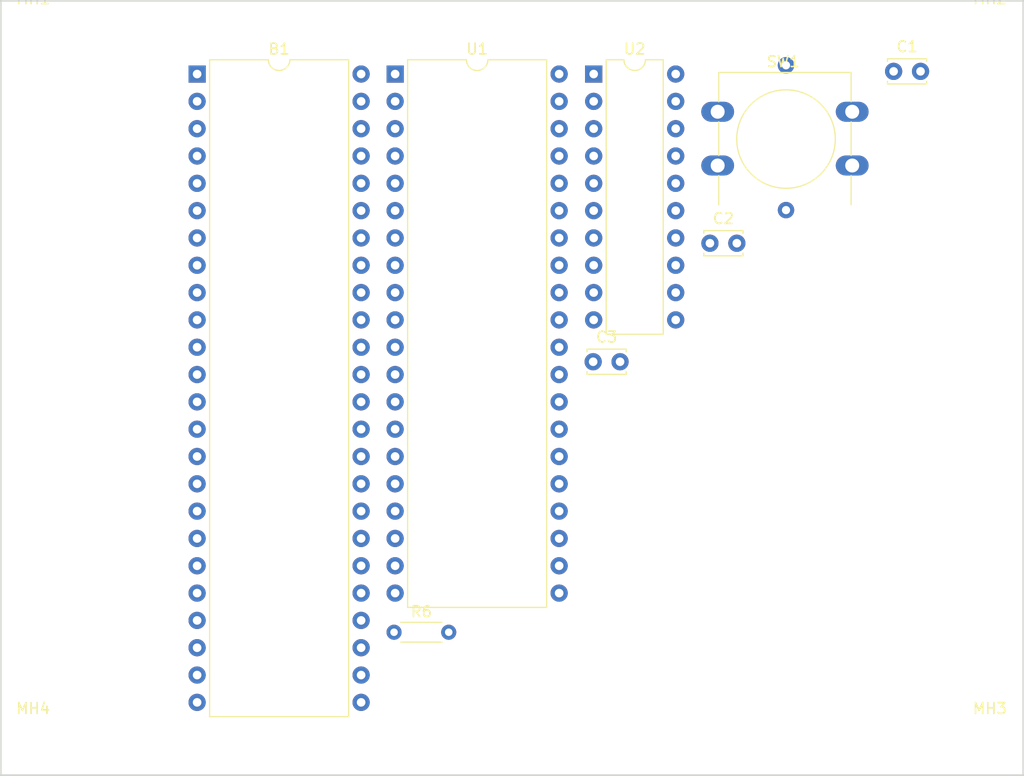
<source format=kicad_pcb>
(kicad_pcb (version 20171130) (host pcbnew 5.1.5+dfsg1-2build2)

  (general
    (thickness 1.6)
    (drawings 4)
    (tracks 0)
    (zones 0)
    (modules 12)
    (nets 54)
  )

  (page A4)
  (layers
    (0 F.Cu signal hide)
    (31 B.Cu signal)
    (32 B.Adhes user)
    (33 F.Adhes user)
    (34 B.Paste user)
    (35 F.Paste user)
    (36 B.SilkS user)
    (37 F.SilkS user)
    (38 B.Mask user)
    (39 F.Mask user)
    (40 Dwgs.User user)
    (41 Cmts.User user)
    (42 Eco1.User user)
    (43 Eco2.User user)
    (44 Edge.Cuts user)
    (45 Margin user)
    (46 B.CrtYd user)
    (47 F.CrtYd user)
    (48 B.Fab user)
    (49 F.Fab user)
  )

  (setup
    (last_trace_width 0.2)
    (user_trace_width 0.2)
    (user_trace_width 0.4)
    (user_trace_width 0.6)
    (user_trace_width 0.8)
    (user_trace_width 1)
    (user_trace_width 1.2)
    (user_trace_width 1.6)
    (user_trace_width 2)
    (trace_clearance 0.2)
    (zone_clearance 0.35)
    (zone_45_only no)
    (trace_min 0.1524)
    (via_size 0.6)
    (via_drill 0.3)
    (via_min_size 0.5)
    (via_min_drill 0.2)
    (user_via 0.9 0.5)
    (user_via 1.2 0.8)
    (user_via 1.4 0.9)
    (user_via 1.5 1)
    (uvia_size 0.3)
    (uvia_drill 0.1)
    (uvias_allowed no)
    (uvia_min_size 0.2)
    (uvia_min_drill 0.1)
    (edge_width 0.15)
    (segment_width 0.2)
    (pcb_text_width 0.3)
    (pcb_text_size 1.5 1.5)
    (mod_edge_width 0.15)
    (mod_text_size 1 1)
    (mod_text_width 0.15)
    (pad_size 1.524 1.524)
    (pad_drill 0.762)
    (pad_to_mask_clearance 0.051)
    (solder_mask_min_width 0.25)
    (aux_axis_origin 101 70)
    (grid_origin 101 70)
    (visible_elements FFFDFF7F)
    (pcbplotparams
      (layerselection 0x010fc_ffffffff)
      (usegerberextensions false)
      (usegerberattributes false)
      (usegerberadvancedattributes false)
      (creategerberjobfile false)
      (excludeedgelayer true)
      (linewidth 0.100000)
      (plotframeref false)
      (viasonmask false)
      (mode 1)
      (useauxorigin false)
      (hpglpennumber 1)
      (hpglpenspeed 20)
      (hpglpendiameter 15.000000)
      (psnegative false)
      (psa4output false)
      (plotreference true)
      (plotvalue true)
      (plotinvisibletext false)
      (padsonsilk false)
      (subtractmaskfromsilk false)
      (outputformat 1)
      (mirror false)
      (drillshape 1)
      (scaleselection 1)
      (outputdirectory ""))
  )

  (net 0 "")
  (net 1 GND)
  (net 2 /A13)
  (net 3 VCC)
  (net 4 /A14)
  (net 5 /A15)
  (net 6 /D7)
  (net 7 /D6)
  (net 8 /D5)
  (net 9 /D4)
  (net 10 /A0)
  (net 11 /D3)
  (net 12 /A1)
  (net 13 /D2)
  (net 14 /A2)
  (net 15 /D1)
  (net 16 /A3)
  (net 17 /D0)
  (net 18 /A4)
  (net 19 /A5)
  (net 20 /A6)
  (net 21 /A7)
  (net 22 /A8)
  (net 23 /A9)
  (net 24 /A10)
  (net 25 /A11)
  (net 26 /A12)
  (net 27 /~USR_LED~)
  (net 28 /~USR_SW~)
  (net 29 "Net-(R6-Pad1)")
  (net 30 /~RESET~)
  (net 31 /~NMI~)
  (net 32 "Net-(B1-Pad15)")
  (net 33 /CLK_E)
  (net 34 "Net-(B1-Pad21)")
  (net 35 /~IRQ~)
  (net 36 "Net-(B1-Pad17)")
  (net 37 /MR)
  (net 38 /R~W~)
  (net 39 /~HALT~)
  (net 40 /BA)
  (net 41 /VMA)
  (net 42 "Net-(B1-Pad20)")
  (net 43 "Net-(B1-Pad3)")
  (net 44 "Net-(B1-Pad26)")
  (net 45 "Net-(B1-Pad2)")
  (net 46 "Net-(R1-Pad1)")
  (net 47 /CLK)
  (net 48 "Net-(U2-Pad16)")
  (net 49 "Net-(U2-Pad15)")
  (net 50 "Net-(U2-Pad14)")
  (net 51 "Net-(U2-Pad13)")
  (net 52 "Net-(U2-Pad12)")
  (net 53 "Net-(U2-Pad11)")

  (net_class Default "This is the default net class."
    (clearance 0.2)
    (trace_width 0.2)
    (via_dia 0.6)
    (via_drill 0.3)
    (uvia_dia 0.3)
    (uvia_drill 0.1)
    (diff_pair_width 0.2)
    (diff_pair_gap 0.2)
    (add_net /A0)
    (add_net /A1)
    (add_net /A10)
    (add_net /A11)
    (add_net /A12)
    (add_net /A13)
    (add_net /A14)
    (add_net /A15)
    (add_net /A2)
    (add_net /A3)
    (add_net /A4)
    (add_net /A5)
    (add_net /A6)
    (add_net /A7)
    (add_net /A8)
    (add_net /A9)
    (add_net /BA)
    (add_net /CLK)
    (add_net /CLK_E)
    (add_net /D0)
    (add_net /D1)
    (add_net /D2)
    (add_net /D3)
    (add_net /D4)
    (add_net /D5)
    (add_net /D6)
    (add_net /D7)
    (add_net /MR)
    (add_net /R~W~)
    (add_net /VMA)
    (add_net /~HALT~)
    (add_net /~IRQ~)
    (add_net /~NMI~)
    (add_net /~RESET~)
    (add_net /~USR_LED~)
    (add_net /~USR_SW~)
    (add_net GND)
    (add_net "Net-(B1-Pad15)")
    (add_net "Net-(B1-Pad17)")
    (add_net "Net-(B1-Pad2)")
    (add_net "Net-(B1-Pad20)")
    (add_net "Net-(B1-Pad21)")
    (add_net "Net-(B1-Pad26)")
    (add_net "Net-(B1-Pad3)")
    (add_net "Net-(R1-Pad1)")
    (add_net "Net-(R6-Pad1)")
    (add_net "Net-(U2-Pad11)")
    (add_net "Net-(U2-Pad12)")
    (add_net "Net-(U2-Pad13)")
    (add_net "Net-(U2-Pad14)")
    (add_net "Net-(U2-Pad15)")
    (add_net "Net-(U2-Pad16)")
    (add_net VCC)
  )

  (module Package_DIP:DIP-20_W7.62mm (layer F.Cu) (tedit 5A02E8C5) (tstamp 6180520E)
    (at 153.09 73.81)
    (descr "20-lead though-hole mounted DIP package, row spacing 7.62 mm (300 mils)")
    (tags "THT DIP DIL PDIP 2.54mm 7.62mm 300mil")
    (path /61859B02)
    (fp_text reference U2 (at 3.81 -2.33) (layer F.SilkS)
      (effects (font (size 1 1) (thickness 0.15)))
    )
    (fp_text value 74HCT541 (at 3.81 25.19) (layer F.Fab)
      (effects (font (size 1 1) (thickness 0.15)))
    )
    (fp_text user %R (at 3.81 11.43) (layer F.Fab)
      (effects (font (size 1 1) (thickness 0.15)))
    )
    (fp_arc (start 3.81 -1.33) (end 2.81 -1.33) (angle -180) (layer F.SilkS) (width 0.12))
    (fp_line (start 1.635 -1.27) (end 6.985 -1.27) (layer F.Fab) (width 0.1))
    (fp_line (start 6.985 -1.27) (end 6.985 24.13) (layer F.Fab) (width 0.1))
    (fp_line (start 6.985 24.13) (end 0.635 24.13) (layer F.Fab) (width 0.1))
    (fp_line (start 0.635 24.13) (end 0.635 -0.27) (layer F.Fab) (width 0.1))
    (fp_line (start 0.635 -0.27) (end 1.635 -1.27) (layer F.Fab) (width 0.1))
    (fp_line (start 2.81 -1.33) (end 1.16 -1.33) (layer F.SilkS) (width 0.12))
    (fp_line (start 1.16 -1.33) (end 1.16 24.19) (layer F.SilkS) (width 0.12))
    (fp_line (start 1.16 24.19) (end 6.46 24.19) (layer F.SilkS) (width 0.12))
    (fp_line (start 6.46 24.19) (end 6.46 -1.33) (layer F.SilkS) (width 0.12))
    (fp_line (start 6.46 -1.33) (end 4.81 -1.33) (layer F.SilkS) (width 0.12))
    (fp_line (start -1.1 -1.55) (end -1.1 24.4) (layer F.CrtYd) (width 0.05))
    (fp_line (start -1.1 24.4) (end 8.7 24.4) (layer F.CrtYd) (width 0.05))
    (fp_line (start 8.7 24.4) (end 8.7 -1.55) (layer F.CrtYd) (width 0.05))
    (fp_line (start 8.7 -1.55) (end -1.1 -1.55) (layer F.CrtYd) (width 0.05))
    (pad 20 thru_hole oval (at 7.62 0) (size 1.6 1.6) (drill 0.8) (layers *.Cu *.Mask)
      (net 3 VCC))
    (pad 10 thru_hole oval (at 0 22.86) (size 1.6 1.6) (drill 0.8) (layers *.Cu *.Mask)
      (net 1 GND))
    (pad 19 thru_hole oval (at 7.62 2.54) (size 1.6 1.6) (drill 0.8) (layers *.Cu *.Mask)
      (net 1 GND))
    (pad 9 thru_hole oval (at 0 20.32) (size 1.6 1.6) (drill 0.8) (layers *.Cu *.Mask)
      (net 1 GND))
    (pad 18 thru_hole oval (at 7.62 5.08) (size 1.6 1.6) (drill 0.8) (layers *.Cu *.Mask)
      (net 47 /CLK))
    (pad 8 thru_hole oval (at 0 17.78) (size 1.6 1.6) (drill 0.8) (layers *.Cu *.Mask)
      (net 1 GND))
    (pad 17 thru_hole oval (at 7.62 7.62) (size 1.6 1.6) (drill 0.8) (layers *.Cu *.Mask)
      (net 30 /~RESET~))
    (pad 7 thru_hole oval (at 0 15.24) (size 1.6 1.6) (drill 0.8) (layers *.Cu *.Mask)
      (net 1 GND))
    (pad 16 thru_hole oval (at 7.62 10.16) (size 1.6 1.6) (drill 0.8) (layers *.Cu *.Mask)
      (net 48 "Net-(U2-Pad16)"))
    (pad 6 thru_hole oval (at 0 12.7) (size 1.6 1.6) (drill 0.8) (layers *.Cu *.Mask)
      (net 1 GND))
    (pad 15 thru_hole oval (at 7.62 12.7) (size 1.6 1.6) (drill 0.8) (layers *.Cu *.Mask)
      (net 49 "Net-(U2-Pad15)"))
    (pad 5 thru_hole oval (at 0 10.16) (size 1.6 1.6) (drill 0.8) (layers *.Cu *.Mask)
      (net 1 GND))
    (pad 14 thru_hole oval (at 7.62 15.24) (size 1.6 1.6) (drill 0.8) (layers *.Cu *.Mask)
      (net 50 "Net-(U2-Pad14)"))
    (pad 4 thru_hole oval (at 0 7.62) (size 1.6 1.6) (drill 0.8) (layers *.Cu *.Mask)
      (net 1 GND))
    (pad 13 thru_hole oval (at 7.62 17.78) (size 1.6 1.6) (drill 0.8) (layers *.Cu *.Mask)
      (net 51 "Net-(U2-Pad13)"))
    (pad 3 thru_hole oval (at 0 5.08) (size 1.6 1.6) (drill 0.8) (layers *.Cu *.Mask)
      (net 36 "Net-(B1-Pad17)"))
    (pad 12 thru_hole oval (at 7.62 20.32) (size 1.6 1.6) (drill 0.8) (layers *.Cu *.Mask)
      (net 52 "Net-(U2-Pad12)"))
    (pad 2 thru_hole oval (at 0 2.54) (size 1.6 1.6) (drill 0.8) (layers *.Cu *.Mask)
      (net 34 "Net-(B1-Pad21)"))
    (pad 11 thru_hole oval (at 7.62 22.86) (size 1.6 1.6) (drill 0.8) (layers *.Cu *.Mask)
      (net 53 "Net-(U2-Pad11)"))
    (pad 1 thru_hole rect (at 0 0) (size 1.6 1.6) (drill 0.8) (layers *.Cu *.Mask)
      (net 1 GND))
    (model ${KISYS3DMOD}/Package_DIP.3dshapes/DIP-20_W7.62mm.wrl
      (at (xyz 0 0 0))
      (scale (xyz 1 1 1))
      (rotate (xyz 0 0 0))
    )
  )

  (module Package_DIP:DIP-40_W15.24mm (layer F.Cu) (tedit 5A02E8C5) (tstamp 618051E6)
    (at 134.64 73.81)
    (descr "40-lead though-hole mounted DIP package, row spacing 15.24 mm (600 mils)")
    (tags "THT DIP DIL PDIP 2.54mm 15.24mm 600mil")
    (path /6185BE36)
    (fp_text reference U1 (at 7.62 -2.33) (layer F.SilkS)
      (effects (font (size 1 1) (thickness 0.15)))
    )
    (fp_text value MC6802P (at 7.62 50.59) (layer F.Fab)
      (effects (font (size 1 1) (thickness 0.15)))
    )
    (fp_text user %R (at 7.62 24.13) (layer F.Fab)
      (effects (font (size 1 1) (thickness 0.15)))
    )
    (fp_arc (start 7.62 -1.33) (end 6.62 -1.33) (angle -180) (layer F.SilkS) (width 0.12))
    (fp_line (start 1.255 -1.27) (end 14.985 -1.27) (layer F.Fab) (width 0.1))
    (fp_line (start 14.985 -1.27) (end 14.985 49.53) (layer F.Fab) (width 0.1))
    (fp_line (start 14.985 49.53) (end 0.255 49.53) (layer F.Fab) (width 0.1))
    (fp_line (start 0.255 49.53) (end 0.255 -0.27) (layer F.Fab) (width 0.1))
    (fp_line (start 0.255 -0.27) (end 1.255 -1.27) (layer F.Fab) (width 0.1))
    (fp_line (start 6.62 -1.33) (end 1.16 -1.33) (layer F.SilkS) (width 0.12))
    (fp_line (start 1.16 -1.33) (end 1.16 49.59) (layer F.SilkS) (width 0.12))
    (fp_line (start 1.16 49.59) (end 14.08 49.59) (layer F.SilkS) (width 0.12))
    (fp_line (start 14.08 49.59) (end 14.08 -1.33) (layer F.SilkS) (width 0.12))
    (fp_line (start 14.08 -1.33) (end 8.62 -1.33) (layer F.SilkS) (width 0.12))
    (fp_line (start -1.05 -1.55) (end -1.05 49.8) (layer F.CrtYd) (width 0.05))
    (fp_line (start -1.05 49.8) (end 16.3 49.8) (layer F.CrtYd) (width 0.05))
    (fp_line (start 16.3 49.8) (end 16.3 -1.55) (layer F.CrtYd) (width 0.05))
    (fp_line (start 16.3 -1.55) (end -1.05 -1.55) (layer F.CrtYd) (width 0.05))
    (pad 40 thru_hole oval (at 15.24 0) (size 1.6 1.6) (drill 0.8) (layers *.Cu *.Mask)
      (net 30 /~RESET~))
    (pad 20 thru_hole oval (at 0 48.26) (size 1.6 1.6) (drill 0.8) (layers *.Cu *.Mask)
      (net 25 /A11))
    (pad 39 thru_hole oval (at 15.24 2.54) (size 1.6 1.6) (drill 0.8) (layers *.Cu *.Mask)
      (net 46 "Net-(R1-Pad1)"))
    (pad 19 thru_hole oval (at 0 45.72) (size 1.6 1.6) (drill 0.8) (layers *.Cu *.Mask)
      (net 24 /A10))
    (pad 38 thru_hole oval (at 15.24 5.08) (size 1.6 1.6) (drill 0.8) (layers *.Cu *.Mask)
      (net 1 GND))
    (pad 18 thru_hole oval (at 0 43.18) (size 1.6 1.6) (drill 0.8) (layers *.Cu *.Mask)
      (net 23 /A9))
    (pad 37 thru_hole oval (at 15.24 7.62) (size 1.6 1.6) (drill 0.8) (layers *.Cu *.Mask)
      (net 33 /CLK_E))
    (pad 17 thru_hole oval (at 0 40.64) (size 1.6 1.6) (drill 0.8) (layers *.Cu *.Mask)
      (net 22 /A8))
    (pad 36 thru_hole oval (at 15.24 10.16) (size 1.6 1.6) (drill 0.8) (layers *.Cu *.Mask)
      (net 1 GND))
    (pad 16 thru_hole oval (at 0 38.1) (size 1.6 1.6) (drill 0.8) (layers *.Cu *.Mask)
      (net 21 /A7))
    (pad 35 thru_hole oval (at 15.24 12.7) (size 1.6 1.6) (drill 0.8) (layers *.Cu *.Mask)
      (net 3 VCC))
    (pad 15 thru_hole oval (at 0 35.56) (size 1.6 1.6) (drill 0.8) (layers *.Cu *.Mask)
      (net 20 /A6))
    (pad 34 thru_hole oval (at 15.24 15.24) (size 1.6 1.6) (drill 0.8) (layers *.Cu *.Mask)
      (net 38 /R~W~))
    (pad 14 thru_hole oval (at 0 33.02) (size 1.6 1.6) (drill 0.8) (layers *.Cu *.Mask)
      (net 19 /A5))
    (pad 33 thru_hole oval (at 15.24 17.78) (size 1.6 1.6) (drill 0.8) (layers *.Cu *.Mask)
      (net 17 /D0))
    (pad 13 thru_hole oval (at 0 30.48) (size 1.6 1.6) (drill 0.8) (layers *.Cu *.Mask)
      (net 18 /A4))
    (pad 32 thru_hole oval (at 15.24 20.32) (size 1.6 1.6) (drill 0.8) (layers *.Cu *.Mask)
      (net 15 /D1))
    (pad 12 thru_hole oval (at 0 27.94) (size 1.6 1.6) (drill 0.8) (layers *.Cu *.Mask)
      (net 16 /A3))
    (pad 31 thru_hole oval (at 15.24 22.86) (size 1.6 1.6) (drill 0.8) (layers *.Cu *.Mask)
      (net 13 /D2))
    (pad 11 thru_hole oval (at 0 25.4) (size 1.6 1.6) (drill 0.8) (layers *.Cu *.Mask)
      (net 14 /A2))
    (pad 30 thru_hole oval (at 15.24 25.4) (size 1.6 1.6) (drill 0.8) (layers *.Cu *.Mask)
      (net 11 /D3))
    (pad 10 thru_hole oval (at 0 22.86) (size 1.6 1.6) (drill 0.8) (layers *.Cu *.Mask)
      (net 12 /A1))
    (pad 29 thru_hole oval (at 15.24 27.94) (size 1.6 1.6) (drill 0.8) (layers *.Cu *.Mask)
      (net 9 /D4))
    (pad 9 thru_hole oval (at 0 20.32) (size 1.6 1.6) (drill 0.8) (layers *.Cu *.Mask)
      (net 10 /A0))
    (pad 28 thru_hole oval (at 15.24 30.48) (size 1.6 1.6) (drill 0.8) (layers *.Cu *.Mask)
      (net 8 /D5))
    (pad 8 thru_hole oval (at 0 17.78) (size 1.6 1.6) (drill 0.8) (layers *.Cu *.Mask)
      (net 3 VCC))
    (pad 27 thru_hole oval (at 15.24 33.02) (size 1.6 1.6) (drill 0.8) (layers *.Cu *.Mask)
      (net 7 /D6))
    (pad 7 thru_hole oval (at 0 15.24) (size 1.6 1.6) (drill 0.8) (layers *.Cu *.Mask)
      (net 40 /BA))
    (pad 26 thru_hole oval (at 15.24 35.56) (size 1.6 1.6) (drill 0.8) (layers *.Cu *.Mask)
      (net 6 /D7))
    (pad 6 thru_hole oval (at 0 12.7) (size 1.6 1.6) (drill 0.8) (layers *.Cu *.Mask)
      (net 31 /~NMI~))
    (pad 25 thru_hole oval (at 15.24 38.1) (size 1.6 1.6) (drill 0.8) (layers *.Cu *.Mask)
      (net 5 /A15))
    (pad 5 thru_hole oval (at 0 10.16) (size 1.6 1.6) (drill 0.8) (layers *.Cu *.Mask)
      (net 41 /VMA))
    (pad 24 thru_hole oval (at 15.24 40.64) (size 1.6 1.6) (drill 0.8) (layers *.Cu *.Mask)
      (net 4 /A14))
    (pad 4 thru_hole oval (at 0 7.62) (size 1.6 1.6) (drill 0.8) (layers *.Cu *.Mask)
      (net 35 /~IRQ~))
    (pad 23 thru_hole oval (at 15.24 43.18) (size 1.6 1.6) (drill 0.8) (layers *.Cu *.Mask)
      (net 2 /A13))
    (pad 3 thru_hole oval (at 0 5.08) (size 1.6 1.6) (drill 0.8) (layers *.Cu *.Mask)
      (net 37 /MR))
    (pad 22 thru_hole oval (at 15.24 45.72) (size 1.6 1.6) (drill 0.8) (layers *.Cu *.Mask)
      (net 26 /A12))
    (pad 2 thru_hole oval (at 0 2.54) (size 1.6 1.6) (drill 0.8) (layers *.Cu *.Mask)
      (net 39 /~HALT~))
    (pad 21 thru_hole oval (at 15.24 48.26) (size 1.6 1.6) (drill 0.8) (layers *.Cu *.Mask)
      (net 1 GND))
    (pad 1 thru_hole rect (at 0 0) (size 1.6 1.6) (drill 0.8) (layers *.Cu *.Mask)
      (net 1 GND))
    (model ${KISYS3DMOD}/Package_DIP.3dshapes/DIP-40_W15.24mm.wrl
      (at (xyz 0 0 0))
      (scale (xyz 1 1 1))
      (rotate (xyz 0 0 0))
    )
  )

  (module 0-LocalLibrary:SW_PUSH-LED-12mm (layer F.Cu) (tedit 5E9E9B6D) (tstamp 618051AA)
    (at 164.61 77.314999)
    (descr "SW PUSH 12mm with LED")
    (tags "tact sw push 12mm")
    (path /5E9FC12A)
    (fp_text reference SW1 (at 6.08 -4.66) (layer F.SilkS)
      (effects (font (size 1 1) (thickness 0.15)))
    )
    (fp_text value TSD1265 (at 6.62 9.93) (layer F.Fab)
      (effects (font (size 1 1) (thickness 0.15)))
    )
    (fp_text user %R (at 6.35 2.54) (layer F.Fab)
      (effects (font (size 1 1) (thickness 0.15)))
    )
    (fp_line (start 12.4 -3.65) (end 12.4 -0.93) (layer F.SilkS) (width 0.12))
    (fp_line (start 12.4 5.93) (end 12.4 8.65) (layer F.SilkS) (width 0.12))
    (fp_line (start 0.1 4.07) (end 0.1 0.93) (layer F.SilkS) (width 0.12))
    (fp_line (start 0.1 8.65) (end 0.1 5.93) (layer F.SilkS) (width 0.12))
    (fp_line (start 0.25 -3.5) (end 0.25 8.5) (layer F.Fab) (width 0.1))
    (fp_circle (center 6.35 2.54) (end 10.16 5.08) (layer F.SilkS) (width 0.12))
    (fp_line (start 14.25 8.75) (end -1.77 8.75) (layer F.CrtYd) (width 0.05))
    (fp_line (start 14.25 8.75) (end 14.25 -3.75) (layer F.CrtYd) (width 0.05))
    (fp_line (start -1.77 -3.75) (end -1.77 8.75) (layer F.CrtYd) (width 0.05))
    (fp_line (start -1.77 -3.75) (end 14.25 -3.75) (layer F.CrtYd) (width 0.05))
    (fp_line (start 0.1 -0.93) (end 0.1 -3.65) (layer F.SilkS) (width 0.12))
    (fp_line (start 12.4 0.93) (end 12.4 4.07) (layer F.SilkS) (width 0.12))
    (fp_line (start 0.1 -3.65) (end 12.4 -3.65) (layer F.SilkS) (width 0.12))
    (fp_line (start 12.25 -3.5) (end 12.25 8.5) (layer F.Fab) (width 0.1))
    (fp_line (start 0.25 -3.5) (end 12.25 -3.5) (layer F.Fab) (width 0.1))
    (fp_line (start 0.25 8.5) (end 12.25 8.5) (layer F.Fab) (width 0.1))
    (pad 4 thru_hole circle (at 6.35 9.144) (size 1.524 1.524) (drill 0.762) (layers *.Cu *.Mask)
      (net 3 VCC))
    (pad 3 thru_hole circle (at 6.35 -4.318) (size 1.524 1.524) (drill 0.762) (layers *.Cu *.Mask)
      (net 29 "Net-(R6-Pad1)"))
    (pad 1 thru_hole oval (at 12.5 0) (size 3.048 1.85) (drill 1.3) (layers *.Cu *.Mask)
      (net 28 /~USR_SW~))
    (pad 2 thru_hole oval (at 12.5 5) (size 3.048 1.85) (drill 1.3) (layers *.Cu *.Mask)
      (net 1 GND))
    (pad 1 thru_hole oval (at 0 0) (size 3.048 1.85) (drill 1.3) (layers *.Cu *.Mask)
      (net 28 /~USR_SW~))
    (pad 2 thru_hole oval (at 0 5) (size 3.048 1.85) (drill 1.3) (layers *.Cu *.Mask)
      (net 1 GND))
    (model ${KISYS3DMOD}/Button_Switch_THT.3dshapes/SW_PUSH-12mm.wrl
      (at (xyz 0 0 0))
      (scale (xyz 1 1 1))
      (rotate (xyz 0 0 0))
    )
  )

  (module Resistor_THT:R_Axial_DIN0204_L3.6mm_D1.6mm_P5.08mm_Horizontal (layer F.Cu) (tedit 5AE5139B) (tstamp 6180518F)
    (at 134.54 125.71)
    (descr "Resistor, Axial_DIN0204 series, Axial, Horizontal, pin pitch=5.08mm, 0.167W, length*diameter=3.6*1.6mm^2, http://cdn-reichelt.de/documents/datenblatt/B400/1_4W%23YAG.pdf")
    (tags "Resistor Axial_DIN0204 series Axial Horizontal pin pitch 5.08mm 0.167W length 3.6mm diameter 1.6mm")
    (path /5DD95AB3)
    (fp_text reference R6 (at 2.54 -1.92) (layer F.SilkS)
      (effects (font (size 1 1) (thickness 0.15)))
    )
    (fp_text value 560 (at 2.54 1.92) (layer F.Fab)
      (effects (font (size 1 1) (thickness 0.15)))
    )
    (fp_text user %R (at 2.54 0) (layer F.Fab)
      (effects (font (size 0.72 0.72) (thickness 0.108)))
    )
    (fp_line (start 0.74 -0.8) (end 0.74 0.8) (layer F.Fab) (width 0.1))
    (fp_line (start 0.74 0.8) (end 4.34 0.8) (layer F.Fab) (width 0.1))
    (fp_line (start 4.34 0.8) (end 4.34 -0.8) (layer F.Fab) (width 0.1))
    (fp_line (start 4.34 -0.8) (end 0.74 -0.8) (layer F.Fab) (width 0.1))
    (fp_line (start 0 0) (end 0.74 0) (layer F.Fab) (width 0.1))
    (fp_line (start 5.08 0) (end 4.34 0) (layer F.Fab) (width 0.1))
    (fp_line (start 0.62 -0.92) (end 4.46 -0.92) (layer F.SilkS) (width 0.12))
    (fp_line (start 0.62 0.92) (end 4.46 0.92) (layer F.SilkS) (width 0.12))
    (fp_line (start -0.95 -1.05) (end -0.95 1.05) (layer F.CrtYd) (width 0.05))
    (fp_line (start -0.95 1.05) (end 6.03 1.05) (layer F.CrtYd) (width 0.05))
    (fp_line (start 6.03 1.05) (end 6.03 -1.05) (layer F.CrtYd) (width 0.05))
    (fp_line (start 6.03 -1.05) (end -0.95 -1.05) (layer F.CrtYd) (width 0.05))
    (pad 2 thru_hole oval (at 5.08 0) (size 1.4 1.4) (drill 0.7) (layers *.Cu *.Mask)
      (net 27 /~USR_LED~))
    (pad 1 thru_hole circle (at 0 0) (size 1.4 1.4) (drill 0.7) (layers *.Cu *.Mask)
      (net 29 "Net-(R6-Pad1)"))
    (model ${KISYS3DMOD}/Resistor_THT.3dshapes/R_Axial_DIN0204_L3.6mm_D1.6mm_P5.08mm_Horizontal.wrl
      (at (xyz 0 0 0))
      (scale (xyz 1 1 1))
      (rotate (xyz 0 0 0))
    )
  )

  (module Capacitor_THT:C_Disc_D3.4mm_W2.1mm_P2.50mm (layer F.Cu) (tedit 5AE50EF0) (tstamp 6180517C)
    (at 153.04 100.56)
    (descr "C, Disc series, Radial, pin pitch=2.50mm, , diameter*width=3.4*2.1mm^2, Capacitor, http://www.vishay.com/docs/45233/krseries.pdf")
    (tags "C Disc series Radial pin pitch 2.50mm  diameter 3.4mm width 2.1mm Capacitor")
    (path /5D0E12B4)
    (fp_text reference C3 (at 1.25 -2.3) (layer F.SilkS)
      (effects (font (size 1 1) (thickness 0.15)))
    )
    (fp_text value 0.1u (at 1.25 2.3) (layer F.Fab)
      (effects (font (size 1 1) (thickness 0.15)))
    )
    (fp_text user %R (at 1.25 0) (layer F.Fab)
      (effects (font (size 0.68 0.68) (thickness 0.102)))
    )
    (fp_line (start -0.45 -1.05) (end -0.45 1.05) (layer F.Fab) (width 0.1))
    (fp_line (start -0.45 1.05) (end 2.95 1.05) (layer F.Fab) (width 0.1))
    (fp_line (start 2.95 1.05) (end 2.95 -1.05) (layer F.Fab) (width 0.1))
    (fp_line (start 2.95 -1.05) (end -0.45 -1.05) (layer F.Fab) (width 0.1))
    (fp_line (start -0.57 -1.17) (end 3.07 -1.17) (layer F.SilkS) (width 0.12))
    (fp_line (start -0.57 1.17) (end 3.07 1.17) (layer F.SilkS) (width 0.12))
    (fp_line (start -0.57 -1.17) (end -0.57 -0.925) (layer F.SilkS) (width 0.12))
    (fp_line (start -0.57 0.925) (end -0.57 1.17) (layer F.SilkS) (width 0.12))
    (fp_line (start 3.07 -1.17) (end 3.07 -0.925) (layer F.SilkS) (width 0.12))
    (fp_line (start 3.07 0.925) (end 3.07 1.17) (layer F.SilkS) (width 0.12))
    (fp_line (start -1.05 -1.3) (end -1.05 1.3) (layer F.CrtYd) (width 0.05))
    (fp_line (start -1.05 1.3) (end 3.55 1.3) (layer F.CrtYd) (width 0.05))
    (fp_line (start 3.55 1.3) (end 3.55 -1.3) (layer F.CrtYd) (width 0.05))
    (fp_line (start 3.55 -1.3) (end -1.05 -1.3) (layer F.CrtYd) (width 0.05))
    (pad 2 thru_hole circle (at 2.5 0) (size 1.6 1.6) (drill 0.8) (layers *.Cu *.Mask)
      (net 1 GND))
    (pad 1 thru_hole circle (at 0 0) (size 1.6 1.6) (drill 0.8) (layers *.Cu *.Mask)
      (net 3 VCC))
    (model ${KISYS3DMOD}/Capacitor_THT.3dshapes/C_Disc_D3.4mm_W2.1mm_P2.50mm.wrl
      (at (xyz 0 0 0))
      (scale (xyz 1 1 1))
      (rotate (xyz 0 0 0))
    )
  )

  (module Capacitor_THT:C_Disc_D3.4mm_W2.1mm_P2.50mm (layer F.Cu) (tedit 5AE50EF0) (tstamp 61805167)
    (at 163.89 89.54)
    (descr "C, Disc series, Radial, pin pitch=2.50mm, , diameter*width=3.4*2.1mm^2, Capacitor, http://www.vishay.com/docs/45233/krseries.pdf")
    (tags "C Disc series Radial pin pitch 2.50mm  diameter 3.4mm width 2.1mm Capacitor")
    (path /6006F1D3)
    (fp_text reference C2 (at 1.25 -2.3) (layer F.SilkS)
      (effects (font (size 1 1) (thickness 0.15)))
    )
    (fp_text value 0.1u (at 1.25 2.3) (layer F.Fab)
      (effects (font (size 1 1) (thickness 0.15)))
    )
    (fp_text user %R (at 1.25 0) (layer F.Fab)
      (effects (font (size 0.68 0.68) (thickness 0.102)))
    )
    (fp_line (start -0.45 -1.05) (end -0.45 1.05) (layer F.Fab) (width 0.1))
    (fp_line (start -0.45 1.05) (end 2.95 1.05) (layer F.Fab) (width 0.1))
    (fp_line (start 2.95 1.05) (end 2.95 -1.05) (layer F.Fab) (width 0.1))
    (fp_line (start 2.95 -1.05) (end -0.45 -1.05) (layer F.Fab) (width 0.1))
    (fp_line (start -0.57 -1.17) (end 3.07 -1.17) (layer F.SilkS) (width 0.12))
    (fp_line (start -0.57 1.17) (end 3.07 1.17) (layer F.SilkS) (width 0.12))
    (fp_line (start -0.57 -1.17) (end -0.57 -0.925) (layer F.SilkS) (width 0.12))
    (fp_line (start -0.57 0.925) (end -0.57 1.17) (layer F.SilkS) (width 0.12))
    (fp_line (start 3.07 -1.17) (end 3.07 -0.925) (layer F.SilkS) (width 0.12))
    (fp_line (start 3.07 0.925) (end 3.07 1.17) (layer F.SilkS) (width 0.12))
    (fp_line (start -1.05 -1.3) (end -1.05 1.3) (layer F.CrtYd) (width 0.05))
    (fp_line (start -1.05 1.3) (end 3.55 1.3) (layer F.CrtYd) (width 0.05))
    (fp_line (start 3.55 1.3) (end 3.55 -1.3) (layer F.CrtYd) (width 0.05))
    (fp_line (start 3.55 -1.3) (end -1.05 -1.3) (layer F.CrtYd) (width 0.05))
    (pad 2 thru_hole circle (at 2.5 0) (size 1.6 1.6) (drill 0.8) (layers *.Cu *.Mask)
      (net 1 GND))
    (pad 1 thru_hole circle (at 0 0) (size 1.6 1.6) (drill 0.8) (layers *.Cu *.Mask)
      (net 3 VCC))
    (model ${KISYS3DMOD}/Capacitor_THT.3dshapes/C_Disc_D3.4mm_W2.1mm_P2.50mm.wrl
      (at (xyz 0 0 0))
      (scale (xyz 1 1 1))
      (rotate (xyz 0 0 0))
    )
  )

  (module Capacitor_THT:C_Disc_D3.4mm_W2.1mm_P2.50mm (layer F.Cu) (tedit 5AE50EF0) (tstamp 61805152)
    (at 180.96 73.56)
    (descr "C, Disc series, Radial, pin pitch=2.50mm, , diameter*width=3.4*2.1mm^2, Capacitor, http://www.vishay.com/docs/45233/krseries.pdf")
    (tags "C Disc series Radial pin pitch 2.50mm  diameter 3.4mm width 2.1mm Capacitor")
    (path /5D080349)
    (fp_text reference C1 (at 1.25 -2.3) (layer F.SilkS)
      (effects (font (size 1 1) (thickness 0.15)))
    )
    (fp_text value 0.1u (at 1.25 2.3) (layer F.Fab)
      (effects (font (size 1 1) (thickness 0.15)))
    )
    (fp_text user %R (at 1.25 0) (layer F.Fab)
      (effects (font (size 0.68 0.68) (thickness 0.102)))
    )
    (fp_line (start -0.45 -1.05) (end -0.45 1.05) (layer F.Fab) (width 0.1))
    (fp_line (start -0.45 1.05) (end 2.95 1.05) (layer F.Fab) (width 0.1))
    (fp_line (start 2.95 1.05) (end 2.95 -1.05) (layer F.Fab) (width 0.1))
    (fp_line (start 2.95 -1.05) (end -0.45 -1.05) (layer F.Fab) (width 0.1))
    (fp_line (start -0.57 -1.17) (end 3.07 -1.17) (layer F.SilkS) (width 0.12))
    (fp_line (start -0.57 1.17) (end 3.07 1.17) (layer F.SilkS) (width 0.12))
    (fp_line (start -0.57 -1.17) (end -0.57 -0.925) (layer F.SilkS) (width 0.12))
    (fp_line (start -0.57 0.925) (end -0.57 1.17) (layer F.SilkS) (width 0.12))
    (fp_line (start 3.07 -1.17) (end 3.07 -0.925) (layer F.SilkS) (width 0.12))
    (fp_line (start 3.07 0.925) (end 3.07 1.17) (layer F.SilkS) (width 0.12))
    (fp_line (start -1.05 -1.3) (end -1.05 1.3) (layer F.CrtYd) (width 0.05))
    (fp_line (start -1.05 1.3) (end 3.55 1.3) (layer F.CrtYd) (width 0.05))
    (fp_line (start 3.55 1.3) (end 3.55 -1.3) (layer F.CrtYd) (width 0.05))
    (fp_line (start 3.55 -1.3) (end -1.05 -1.3) (layer F.CrtYd) (width 0.05))
    (pad 2 thru_hole circle (at 2.5 0) (size 1.6 1.6) (drill 0.8) (layers *.Cu *.Mask)
      (net 1 GND))
    (pad 1 thru_hole circle (at 0 0) (size 1.6 1.6) (drill 0.8) (layers *.Cu *.Mask)
      (net 3 VCC))
    (model ${KISYS3DMOD}/Capacitor_THT.3dshapes/C_Disc_D3.4mm_W2.1mm_P2.50mm.wrl
      (at (xyz 0 0 0))
      (scale (xyz 1 1 1))
      (rotate (xyz 0 0 0))
    )
  )

  (module Package_DIP:DIP-48_W15.24mm (layer F.Cu) (tedit 5A02E8C5) (tstamp 6180513D)
    (at 116.24 73.81)
    (descr "48-lead though-hole mounted DIP package, row spacing 15.24 mm (600 mils)")
    (tags "THT DIP DIL PDIP 2.54mm 15.24mm 600mil")
    (path /61858745)
    (fp_text reference B1 (at 7.62 -2.33) (layer F.SilkS)
      (effects (font (size 1 1) (thickness 0.15)))
    )
    (fp_text value Teensy3.5 (at 7.62 60.75) (layer F.Fab)
      (effects (font (size 1 1) (thickness 0.15)))
    )
    (fp_text user %R (at 7.62 29.21) (layer F.Fab)
      (effects (font (size 1 1) (thickness 0.15)))
    )
    (fp_arc (start 7.62 -1.33) (end 6.62 -1.33) (angle -180) (layer F.SilkS) (width 0.12))
    (fp_line (start 1.255 -1.27) (end 14.985 -1.27) (layer F.Fab) (width 0.1))
    (fp_line (start 14.985 -1.27) (end 14.985 59.69) (layer F.Fab) (width 0.1))
    (fp_line (start 14.985 59.69) (end 0.255 59.69) (layer F.Fab) (width 0.1))
    (fp_line (start 0.255 59.69) (end 0.255 -0.27) (layer F.Fab) (width 0.1))
    (fp_line (start 0.255 -0.27) (end 1.255 -1.27) (layer F.Fab) (width 0.1))
    (fp_line (start 6.62 -1.33) (end 1.16 -1.33) (layer F.SilkS) (width 0.12))
    (fp_line (start 1.16 -1.33) (end 1.16 59.75) (layer F.SilkS) (width 0.12))
    (fp_line (start 1.16 59.75) (end 14.08 59.75) (layer F.SilkS) (width 0.12))
    (fp_line (start 14.08 59.75) (end 14.08 -1.33) (layer F.SilkS) (width 0.12))
    (fp_line (start 14.08 -1.33) (end 8.62 -1.33) (layer F.SilkS) (width 0.12))
    (fp_line (start -1.05 -1.55) (end -1.05 59.95) (layer F.CrtYd) (width 0.05))
    (fp_line (start -1.05 59.95) (end 16.3 59.95) (layer F.CrtYd) (width 0.05))
    (fp_line (start 16.3 59.95) (end 16.3 -1.55) (layer F.CrtYd) (width 0.05))
    (fp_line (start 16.3 -1.55) (end -1.05 -1.55) (layer F.CrtYd) (width 0.05))
    (pad 48 thru_hole oval (at 15.24 0) (size 1.6 1.6) (drill 0.8) (layers *.Cu *.Mask)
      (net 3 VCC))
    (pad 24 thru_hole oval (at 0 58.42) (size 1.6 1.6) (drill 0.8) (layers *.Cu *.Mask)
      (net 27 /~USR_LED~))
    (pad 47 thru_hole oval (at 15.24 2.54) (size 1.6 1.6) (drill 0.8) (layers *.Cu *.Mask))
    (pad 23 thru_hole oval (at 0 55.88) (size 1.6 1.6) (drill 0.8) (layers *.Cu *.Mask)
      (net 28 /~USR_SW~))
    (pad 46 thru_hole oval (at 15.24 5.08) (size 1.6 1.6) (drill 0.8) (layers *.Cu *.Mask)
      (net 32 "Net-(B1-Pad15)"))
    (pad 22 thru_hole oval (at 0 53.34) (size 1.6 1.6) (drill 0.8) (layers *.Cu *.Mask)
      (net 33 /CLK_E))
    (pad 45 thru_hole oval (at 15.24 7.62) (size 1.6 1.6) (drill 0.8) (layers *.Cu *.Mask)
      (net 14 /A2))
    (pad 21 thru_hole oval (at 0 50.8) (size 1.6 1.6) (drill 0.8) (layers *.Cu *.Mask)
      (net 34 "Net-(B1-Pad21)"))
    (pad 44 thru_hole oval (at 15.24 10.16) (size 1.6 1.6) (drill 0.8) (layers *.Cu *.Mask)
      (net 12 /A1))
    (pad 20 thru_hole oval (at 0 48.26) (size 1.6 1.6) (drill 0.8) (layers *.Cu *.Mask)
      (net 42 "Net-(B1-Pad20)"))
    (pad 43 thru_hole oval (at 15.24 12.7) (size 1.6 1.6) (drill 0.8) (layers *.Cu *.Mask)
      (net 7 /D6))
    (pad 19 thru_hole oval (at 0 45.72) (size 1.6 1.6) (drill 0.8) (layers *.Cu *.Mask)
      (net 5 /A15))
    (pad 42 thru_hole oval (at 15.24 15.24) (size 1.6 1.6) (drill 0.8) (layers *.Cu *.Mask)
      (net 8 /D5))
    (pad 18 thru_hole oval (at 0 43.18) (size 1.6 1.6) (drill 0.8) (layers *.Cu *.Mask)
      (net 4 /A14))
    (pad 41 thru_hole oval (at 15.24 17.78) (size 1.6 1.6) (drill 0.8) (layers *.Cu *.Mask)
      (net 35 /~IRQ~))
    (pad 17 thru_hole oval (at 0 40.64) (size 1.6 1.6) (drill 0.8) (layers *.Cu *.Mask)
      (net 36 "Net-(B1-Pad17)"))
    (pad 40 thru_hole oval (at 15.24 20.32) (size 1.6 1.6) (drill 0.8) (layers *.Cu *.Mask)
      (net 31 /~NMI~))
    (pad 16 thru_hole oval (at 0 38.1) (size 1.6 1.6) (drill 0.8) (layers *.Cu *.Mask)
      (net 37 /MR))
    (pad 39 thru_hole oval (at 15.24 22.86) (size 1.6 1.6) (drill 0.8) (layers *.Cu *.Mask)
      (net 38 /R~W~))
    (pad 15 thru_hole oval (at 0 35.56) (size 1.6 1.6) (drill 0.8) (layers *.Cu *.Mask)
      (net 32 "Net-(B1-Pad15)"))
    (pad 38 thru_hole oval (at 15.24 25.4) (size 1.6 1.6) (drill 0.8) (layers *.Cu *.Mask)
      (net 39 /~HALT~))
    (pad 14 thru_hole oval (at 0 33.02) (size 1.6 1.6) (drill 0.8) (layers *.Cu *.Mask)
      (net 21 /A7))
    (pad 37 thru_hole oval (at 15.24 27.94) (size 1.6 1.6) (drill 0.8) (layers *.Cu *.Mask)
      (net 10 /A0))
    (pad 13 thru_hole oval (at 0 30.48) (size 1.6 1.6) (drill 0.8) (layers *.Cu *.Mask)
      (net 20 /A6))
    (pad 36 thru_hole oval (at 15.24 30.48) (size 1.6 1.6) (drill 0.8) (layers *.Cu *.Mask)
      (net 15 /D1))
    (pad 12 thru_hole oval (at 0 27.94) (size 1.6 1.6) (drill 0.8) (layers *.Cu *.Mask)
      (net 18 /A4))
    (pad 35 thru_hole oval (at 15.24 33.02) (size 1.6 1.6) (drill 0.8) (layers *.Cu *.Mask)
      (net 19 /A5))
    (pad 11 thru_hole oval (at 0 25.4) (size 1.6 1.6) (drill 0.8) (layers *.Cu *.Mask)
      (net 16 /A3))
    (pad 34 thru_hole oval (at 15.24 35.56) (size 1.6 1.6) (drill 0.8) (layers *.Cu *.Mask)
      (net 1 GND))
    (pad 10 thru_hole oval (at 0 22.86) (size 1.6 1.6) (drill 0.8) (layers *.Cu *.Mask)
      (net 11 /D3))
    (pad 33 thru_hole oval (at 15.24 38.1) (size 1.6 1.6) (drill 0.8) (layers *.Cu *.Mask))
    (pad 9 thru_hole oval (at 0 20.32) (size 1.6 1.6) (drill 0.8) (layers *.Cu *.Mask)
      (net 13 /D2))
    (pad 32 thru_hole oval (at 15.24 40.64) (size 1.6 1.6) (drill 0.8) (layers *.Cu *.Mask)
      (net 1 GND))
    (pad 8 thru_hole oval (at 0 17.78) (size 1.6 1.6) (drill 0.8) (layers *.Cu *.Mask)
      (net 9 /D4))
    (pad 31 thru_hole oval (at 15.24 43.18) (size 1.6 1.6) (drill 0.8) (layers *.Cu *.Mask)
      (net 40 /BA))
    (pad 7 thru_hole oval (at 0 15.24) (size 1.6 1.6) (drill 0.8) (layers *.Cu *.Mask)
      (net 6 /D7))
    (pad 30 thru_hole oval (at 15.24 45.72) (size 1.6 1.6) (drill 0.8) (layers *.Cu *.Mask)
      (net 25 /A11))
    (pad 6 thru_hole oval (at 0 12.7) (size 1.6 1.6) (drill 0.8) (layers *.Cu *.Mask)
      (net 2 /A13))
    (pad 29 thru_hole oval (at 15.24 48.26) (size 1.6 1.6) (drill 0.8) (layers *.Cu *.Mask)
      (net 24 /A10))
    (pad 5 thru_hole oval (at 0 10.16) (size 1.6 1.6) (drill 0.8) (layers *.Cu *.Mask)
      (net 26 /A12))
    (pad 28 thru_hole oval (at 15.24 50.8) (size 1.6 1.6) (drill 0.8) (layers *.Cu *.Mask)
      (net 23 /A9))
    (pad 4 thru_hole oval (at 0 7.62) (size 1.6 1.6) (drill 0.8) (layers *.Cu *.Mask)
      (net 17 /D0))
    (pad 27 thru_hole oval (at 15.24 53.34) (size 1.6 1.6) (drill 0.8) (layers *.Cu *.Mask)
      (net 22 /A8))
    (pad 3 thru_hole oval (at 0 5.08) (size 1.6 1.6) (drill 0.8) (layers *.Cu *.Mask)
      (net 43 "Net-(B1-Pad3)"))
    (pad 26 thru_hole oval (at 15.24 55.88) (size 1.6 1.6) (drill 0.8) (layers *.Cu *.Mask)
      (net 44 "Net-(B1-Pad26)"))
    (pad 2 thru_hole oval (at 0 2.54) (size 1.6 1.6) (drill 0.8) (layers *.Cu *.Mask)
      (net 45 "Net-(B1-Pad2)"))
    (pad 25 thru_hole oval (at 15.24 58.42) (size 1.6 1.6) (drill 0.8) (layers *.Cu *.Mask)
      (net 41 /VMA))
    (pad 1 thru_hole rect (at 0 0) (size 1.6 1.6) (drill 0.8) (layers *.Cu *.Mask)
      (net 1 GND))
    (model ${KISYS3DMOD}/Package_DIP.3dshapes/DIP-48_W15.24mm.wrl
      (at (xyz 0 0 0))
      (scale (xyz 1 1 1))
      (rotate (xyz 0 0 0))
    )
  )

  (module MountingHole:MountingHole_2.2mm_M2 locked (layer F.Cu) (tedit 56D1B4CB) (tstamp 5E878B7D)
    (at 101 70)
    (descr "Mounting Hole 2.2mm, no annular, M2")
    (tags "mounting hole 2.2mm no annular m2")
    (attr virtual)
    (fp_text reference MH1 (at 0 -3.2) (layer F.SilkS)
      (effects (font (size 1 1) (thickness 0.15)))
    )
    (fp_text value MountingHole_2.2mm_M2 (at 0 3.2) (layer F.Fab)
      (effects (font (size 1 1) (thickness 0.15)))
    )
    (fp_circle (center 0 0) (end 2.45 0) (layer F.CrtYd) (width 0.05))
    (fp_circle (center 0 0) (end 2.2 0) (layer Cmts.User) (width 0.15))
    (fp_text user %R (at 0.3 0) (layer F.Fab)
      (effects (font (size 1 1) (thickness 0.15)))
    )
    (pad 1 np_thru_hole circle (at 0 0) (size 2.2 2.2) (drill 2.2) (layers *.Cu *.Mask))
  )

  (module MountingHole:MountingHole_2.2mm_M2 locked (layer F.Cu) (tedit 56D1B4CB) (tstamp 5E878B6F)
    (at 101 136)
    (descr "Mounting Hole 2.2mm, no annular, M2")
    (tags "mounting hole 2.2mm no annular m2")
    (attr virtual)
    (fp_text reference MH4 (at 0 -3.2) (layer F.SilkS)
      (effects (font (size 1 1) (thickness 0.15)))
    )
    (fp_text value MountingHole_2.2mm_M2 (at 0 3.2) (layer F.Fab)
      (effects (font (size 1 1) (thickness 0.15)))
    )
    (fp_circle (center 0 0) (end 2.2 0) (layer Cmts.User) (width 0.15))
    (fp_circle (center 0 0) (end 2.45 0) (layer F.CrtYd) (width 0.05))
    (fp_text user %R (at 0.3 0) (layer F.Fab)
      (effects (font (size 1 1) (thickness 0.15)))
    )
    (pad 1 np_thru_hole circle (at 0 0) (size 2.2 2.2) (drill 2.2) (layers *.Cu *.Mask))
  )

  (module MountingHole:MountingHole_2.2mm_M2 locked (layer F.Cu) (tedit 56D1B4CB) (tstamp 5E878B61)
    (at 189.9 136)
    (descr "Mounting Hole 2.2mm, no annular, M2")
    (tags "mounting hole 2.2mm no annular m2")
    (attr virtual)
    (fp_text reference MH3 (at 0 -3.2) (layer F.SilkS)
      (effects (font (size 1 1) (thickness 0.15)))
    )
    (fp_text value MountingHole_2.2mm_M2 (at 0 3.2) (layer F.Fab)
      (effects (font (size 1 1) (thickness 0.15)))
    )
    (fp_circle (center 0 0) (end 2.45 0) (layer F.CrtYd) (width 0.05))
    (fp_circle (center 0 0) (end 2.2 0) (layer Cmts.User) (width 0.15))
    (fp_text user %R (at 0.3 0) (layer F.Fab)
      (effects (font (size 1 1) (thickness 0.15)))
    )
    (pad 1 np_thru_hole circle (at 0 0) (size 2.2 2.2) (drill 2.2) (layers *.Cu *.Mask))
  )

  (module MountingHole:MountingHole_2.2mm_M2 locked (layer F.Cu) (tedit 56D1B4CB) (tstamp 5E8788CC)
    (at 189.9 70)
    (descr "Mounting Hole 2.2mm, no annular, M2")
    (tags "mounting hole 2.2mm no annular m2")
    (attr virtual)
    (fp_text reference MH2 (at 0 -3.2) (layer F.SilkS)
      (effects (font (size 1 1) (thickness 0.15)))
    )
    (fp_text value MountingHole_2.2mm_M2 (at 0 3.2) (layer F.Fab)
      (effects (font (size 1 1) (thickness 0.15)))
    )
    (fp_circle (center 0 0) (end 2.2 0) (layer Cmts.User) (width 0.15))
    (fp_circle (center 0 0) (end 2.45 0) (layer F.CrtYd) (width 0.05))
    (fp_text user %R (at 0.3 0) (layer F.Fab)
      (effects (font (size 1 1) (thickness 0.15)))
    )
    (pad 1 np_thru_hole circle (at 0 0) (size 2.2 2.2) (drill 2.2) (layers *.Cu *.Mask))
  )

  (gr_line (start 98 139) (end 98 67) (layer Edge.Cuts) (width 0.15) (tstamp 5E87892C))
  (gr_line (start 193 139) (end 98 139) (layer Edge.Cuts) (width 0.15))
  (gr_line (start 193 67) (end 193 139) (layer Edge.Cuts) (width 0.15))
  (gr_line (start 98 67) (end 193 67) (layer Edge.Cuts) (width 0.15) (tstamp 5E9DA0E6))

)

</source>
